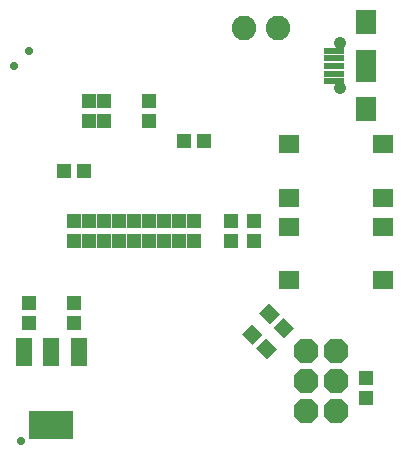
<source format=gbs>
G75*
%MOIN*%
%OFA0B0*%
%FSLAX25Y25*%
%IPPOS*%
%LPD*%
%AMOC8*
5,1,8,0,0,1.08239X$1,22.5*
%
%ADD10C,0.02800*%
%ADD11R,0.04737X0.05131*%
%ADD12R,0.05131X0.04737*%
%ADD13R,0.05599X0.09599*%
%ADD14R,0.14973X0.09461*%
%ADD15C,0.08200*%
%ADD16OC8,0.08200*%
%ADD17R,0.06509X0.02375*%
%ADD18C,0.04146*%
%ADD19R,0.06693X0.07874*%
%ADD20R,0.06693X0.10630*%
%ADD21R,0.06902X0.05918*%
D10*
X0012867Y0037716D03*
X0010367Y0162716D03*
X0015367Y0167716D03*
D11*
X0035367Y0151062D03*
X0040367Y0151062D03*
X0040367Y0144369D03*
X0035367Y0144369D03*
X0055367Y0144369D03*
X0055367Y0151062D03*
X0055367Y0111062D03*
X0060367Y0111062D03*
X0065367Y0111062D03*
X0070367Y0111062D03*
X0070367Y0104369D03*
X0065367Y0104369D03*
X0060367Y0104369D03*
X0055367Y0104369D03*
X0050367Y0104369D03*
X0045367Y0104369D03*
X0040367Y0104369D03*
X0035367Y0104369D03*
X0030367Y0104369D03*
X0030367Y0111062D03*
X0035367Y0111062D03*
X0040367Y0111062D03*
X0045367Y0111062D03*
X0050367Y0111062D03*
X0030367Y0083562D03*
X0030367Y0076869D03*
X0015367Y0076869D03*
X0015367Y0083562D03*
X0082867Y0104369D03*
X0082867Y0111062D03*
X0090367Y0111062D03*
X0090367Y0104369D03*
X0127867Y0058562D03*
X0127867Y0051869D03*
D12*
G36*
X0100372Y0071862D02*
X0096745Y0075489D01*
X0100094Y0078838D01*
X0103721Y0075211D01*
X0100372Y0071862D01*
G37*
G36*
X0094362Y0072070D02*
X0097989Y0068443D01*
X0094640Y0065094D01*
X0091013Y0068721D01*
X0094362Y0072070D01*
G37*
G36*
X0089629Y0076802D02*
X0093256Y0073175D01*
X0089907Y0069826D01*
X0086280Y0073453D01*
X0089629Y0076802D01*
G37*
G36*
X0095639Y0076594D02*
X0092012Y0080221D01*
X0095361Y0083570D01*
X0098988Y0079943D01*
X0095639Y0076594D01*
G37*
X0073713Y0137716D03*
X0067020Y0137716D03*
X0033713Y0127716D03*
X0027020Y0127716D03*
D13*
X0022867Y0067417D03*
X0031965Y0067417D03*
X0013768Y0067417D03*
D14*
X0022867Y0043015D03*
D15*
X0087167Y0175216D03*
X0098567Y0175216D03*
D16*
X0107867Y0067716D03*
X0107867Y0057716D03*
X0117867Y0057716D03*
X0117867Y0067716D03*
X0117867Y0047716D03*
X0107867Y0047716D03*
D17*
X0117138Y0157598D03*
X0117138Y0160157D03*
X0117138Y0162716D03*
X0117138Y0165275D03*
X0117138Y0167834D03*
D18*
X0119205Y0170196D03*
X0119205Y0155236D03*
D19*
X0127867Y0148212D03*
X0127867Y0177220D03*
D20*
X0127867Y0162716D03*
D21*
X0133516Y0136574D03*
X0133516Y0118858D03*
X0133516Y0109074D03*
X0133516Y0091358D03*
X0102217Y0091358D03*
X0102217Y0109074D03*
X0102217Y0118858D03*
X0102217Y0136574D03*
M02*

</source>
